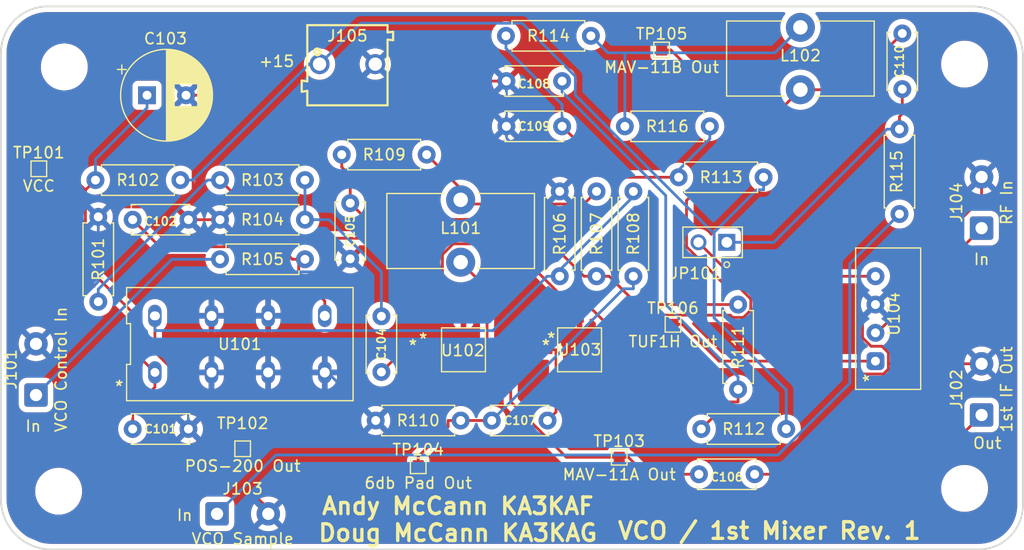
<source format=kicad_pcb>
(kicad_pcb (version 20211014) (generator pcbnew)
  (title_block (title "Spectrum Analyzer: VCO and 1st Mixer") (date "2022-12-11") (rev "1") (company "Andy McCann KA3KAF and Doug McCann KA3KAG") (comment 2 "Wes Hayward W7ZOI") (comment 3 "Original Design by:") (comment 4 "Fixed Pos 200 and J105 footprints"))
  (layers (0 "F.Cu" signal) (31 "B.Cu" signal) (34 "B.Paste" user) (35 "F.Paste" user) (36 "B.SilkS" user "B.Silkscreen") (37 "F.SilkS" user "F.Silkscreen") (38 "B.Mask" user) (39 "F.Mask" user) (44 "Edge.Cuts" user))
  (net 0 "")
  (net 1 "GND")
  (net 2 "Net-(C101-Pad2)")
  (net 3 "Net-(C102-Pad2)")
  (net 4 "Net-(C104-Pad1)")
  (net 5 "Net-(C104-Pad2)")
  (net 6 "Net-(C105-Pad2)")
  (net 7 "Net-(C106-Pad1)")
  (net 8 "Net-(C106-Pad2)")
  (net 9 "Net-(C107-Pad1)")
  (net 10 "Net-(C107-Pad2)")
  (net 11 "Net-(C108-Pad2)")
  (net 12 "Net-(C109-Pad2)")
  (net 13 "Net-(C110-Pad1)")
  (net 14 "Net-(C110-Pad2)")
  (net 15 "Net-(J101-Pad1)")
  (net 16 "Net-(J103-Pad1)")
  (net 17 "Net-(J104-Pad1)")
  (net 18 "Net-(JP101-Pad2)")
  (net 19 "Net-(L101-Pad1)")
  (net 20 "Net-(L102-Pad1)")
  (net 21 "Net-(R101-Pad2)")
  (net 22 "Net-(J105-Pad1)")
  (net 23 "Net-(R106-Pad2)")
  (footprint "vco-1stmixer:TUF-1H" (layer "F.Cu") (at 170.5256 110.4646 90)
    (fp_text reference "U104" (at 4.24 1.66 90 unlocked) (layer "F.SilkS"))
    (fp_text value "TUF-1H+")
    (fp_text user "*" (at -1.52 -0.54 90 unlocked) (layer "F.SilkS"))
    (pad "1" thru_hole roundrect (at 0 0 90) (size 1.6 1.6) (drill 0.8) (layers *.Cu *.Mask) (net 21 "Net-(R101-Pad2)"))
    (pad "2" thru_hole circle (at 2.54 0 90) (size 1.6 1.6) (drill 0.8) (layers *.Cu *.Mask) (net 17 "Net-(J104-Pad1)"))
    (pad "3" thru_hole circle (at 5.08 0 90) (size 1.6 1.6) (drill 0.8) (layers *.Cu *.Mask) (net 1 "GND"))
    (pad "4" thru_hole circle (at 7.62 0 90) (size 1.6 1.6) (drill 0.8) (layers *.Cu *.Mask) (net 18 "Net-(JP101-Pad2)"))
  )
  (footprint "TestPoint:TestPoint_Pad_1.0x1.0mm" (layer "F.Cu") (at 147.5356 119.1006)
    (fp_text reference "TP103" (at 0 -1.448) (layer "F.SilkS"))
    (fp_text value "MAV-11A Out" (at 0 1.55) (layer "F.SilkS"))
    (pad "1" smd rect (at 0 0) (size 1 1) (layers "F.Cu" "F.Mask") (net 7 "Net-(C106-Pad1)"))
  )
  (footprint "Resistor_THT:R_Axial_DIN0207_L6.3mm_D2.5mm_P7.62mm_Horizontal" (layer "F.Cu") (at 152.8696 93.9546)
    (fp_text reference "R113" (at 3.81 0) (layer "F.SilkS"))
    (fp_text value "47")
    (pad "1" thru_hole circle (at 0 0) (size 1.6 1.6) (drill 0.8) (layers *.Cu *.Mask) (net 12 "Net-(C109-Pad2)"))
    (pad "2" thru_hole oval (at 7.62 0) (size 1.6 1.6) (drill 0.8) (layers *.Cu *.Mask) (net 22 "Net-(J105-Pad1)"))
  )
  (footprint "MountingHole:MountingHole_3.2mm_M3" (layer "F.Cu") (at 178.5236 83.7946)
    (fp_text reference "H102" hide)
    (fp_text value "MountingHole")
    (pad "" np_thru_hole circle (at 0 0) (size 3.2 3.2) (drill 3.2) (layers *.Cu *.Mask))
  )
  (footprint "MountingHole:MountingHole_3.2mm_M3" (layer "F.Cu") (at 178.5236 121.8946)
    (fp_text reference "H101" hide)
    (fp_text value "MountingHole")
    (pad "" np_thru_hole circle (at 0 0) (size 3.2 3.2) (drill 3.2) (layers *.Cu *.Mask))
  )
  (footprint "Resistor_THT:R_Axial_DIN0207_L6.3mm_D2.5mm_P7.62mm_Horizontal" (layer "F.Cu") (at 100.5456 94.2086)
    (fp_text reference "R102" (at 3.81 0) (layer "F.SilkS"))
    (fp_text value "150")
    (pad "1" thru_hole circle (at 0 0) (size 1.6 1.6) (drill 0.8) (layers *.Cu *.Mask) (net 2 "Net-(C101-Pad2)"))
    (pad "2" thru_hole oval (at 7.62 0) (size 1.6 1.6) (drill 0.8) (layers *.Cu *.Mask) (net 22 "Net-(J105-Pad1)"))
  )
  (footprint "MountingHole:MountingHole_3.2mm_M3" (layer "F.Cu") (at 97.7516 84.0486)
    (fp_text reference "H103" hide)
    (fp_text value "MountingHole")
    (pad "" np_thru_hole circle (at 0 0) (size 3.2 3.2) (drill 3.2) (layers *.Cu *.Mask))
  )
  (footprint "Capacitor_THT:CP_Radial_D8.0mm_P3.50mm" (layer "F.Cu") (at 105.1736 86.5886)
    (fp_text reference "C103" (at 1.652651 -5.08) (layer "F.SilkS"))
    (fp_text value "100u")
    (pad "1" thru_hole rect (at 0 0) (size 1.6 1.6) (drill 0.8) (layers *.Cu *.Mask) (net 2 "Net-(C101-Pad2)"))
    (pad "2" thru_hole circle (at 3.5 0) (size 1.6 1.6) (drill 0.8) (layers *.Cu *.Mask) (net 1 "GND"))
  )
  (footprint "TestPoint:TestPoint_Pad_1.0x1.0mm" (layer "F.Cu") (at 152.3616 107.1626)
    (fp_text reference "TP106" (at 0 -1.448) (layer "F.SilkS"))
    (fp_text value "TUF1H Out" (at 0 1.55) (layer "F.SilkS"))
    (pad "1" smd rect (at 0 0) (size 1 1) (layers "F.Cu" "F.Mask") (net 21 "Net-(R101-Pad2)"))
  )
  (footprint "Resistor_THT:R_Axial_DIN0207_L6.3mm_D2.5mm_P7.62mm_Horizontal" (layer "F.Cu") (at 148.8056 95.2246 -90)
    (fp_text reference "R108" (at 3.81 0 90) (layer "F.SilkS"))
    (fp_text value "36")
    (pad "1" thru_hole circle (at 0 0 270) (size 1.6 1.6) (drill 0.8) (layers *.Cu *.Mask) (net 23 "Net-(R106-Pad2)"))
    (pad "2" thru_hole oval (at 7.62 0 270) (size 1.6 1.6) (drill 0.8) (layers *.Cu *.Mask) (net 9 "Net-(C107-Pad1)"))
  )
  (footprint "Resistor_THT:R_Axial_DIN0207_L6.3mm_D2.5mm_P7.62mm_Horizontal" (layer "F.Cu") (at 158.2036 105.3846 -90)
    (fp_text reference "R111" (at 3.81 0 90) (layer "F.SilkS"))
    (fp_text value "33")
    (pad "1" thru_hole circle (at 0 0 270) (size 1.6 1.6) (drill 0.8) (layers *.Cu *.Mask) (net 6 "Net-(C105-Pad2)"))
    (pad "2" thru_hole oval (at 7.62 0 270) (size 1.6 1.6) (drill 0.8) (layers *.Cu *.Mask) (net 11 "Net-(C108-Pad2)"))
  )
  (footprint "Resistor_THT:R_Axial_DIN0207_L6.3mm_D2.5mm_P7.62mm_Horizontal" (layer "F.Cu") (at 154.9016 116.5606)
    (fp_text reference "R112" (at 3.81 0) (layer "F.SilkS"))
    (fp_text value "22")
    (pad "1" thru_hole circle (at 0 0) (size 1.6 1.6) (drill 0.8) (layers *.Cu *.Mask) (net 11 "Net-(C108-Pad2)"))
    (pad "2" thru_hole oval (at 7.62 0) (size 1.6 1.6) (drill 0.8) (layers *.Cu *.Mask) (net 22 "Net-(J105-Pad1)"))
  )
  (footprint "Inductor_THT:L_Toroid_Vertical_L13.0mm_W6.5mm_P5.60mm" (layer "F.Cu") (at 163.7916 80.4926)
    (fp_text reference "L102" (at 0 2.54) (layer "F.SilkS"))
    (fp_text value ".3u")
    (pad "1" thru_hole circle (at 0 0) (size 2.6 2.6) (drill 1.3) (layers *.Cu *.Mask) (net 20 "Net-(L102-Pad1)"))
    (pad "2" thru_hole circle (at 0 5.6) (size 2.6 2.6) (drill 1.3) (layers *.Cu *.Mask) (net 14 "Net-(C110-Pad2)"))
  )
  (footprint "vco-1stmixer:691103110002" (layer "F.Cu") (at 123.1516 83.7946)
    (fp_text reference "J105" (at 0 -2.54) (layer "F.SilkS"))
    (fp_text value "Conn_01x02")
    (pad "1" thru_hole circle (at -2.5 0) (size 1.8 1.8) (drill 1.2) (layers *.Cu *.Mask) (net 22 "Net-(J105-Pad1)"))
    (pad "2" thru_hole circle (at 2.5 0) (size 1.8 1.8) (drill 1.2) (layers *.Cu *.Mask) (net 1 "GND"))
  )
  (footprint "Capacitor_THT:C_Disc_D5.0mm_W2.5mm_P5.00mm" (layer "F.Cu") (at 172.9356 86.0406 90)
    (fp_text reference "C110" (at 2.5 -0.254 90) (layer "F.SilkS") (effects (font (size 0.75 0.75))))
    (fp_text value ".001u")
    (pad "1" thru_hole circle (at 0 0 90) (size 1.6 1.6) (drill 0.8) (layers *.Cu *.Mask) (net 13 "Net-(C110-Pad1)"))
    (pad "2" thru_hole circle (at 5 0 90) (size 1.6 1.6) (drill 0.8) (layers *.Cu *.Mask) (net 14 "Net-(C110-Pad2)"))
  )
  (footprint "Capacitor_THT:C_Disc_D5.0mm_W2.5mm_P5.00mm" (layer "F.Cu") (at 137.4156 89.3826)
    (fp_text reference "C109" (at 2.5 0) (layer "F.SilkS") (effects (font (size 0.75 0.75))))
    (fp_text value ".001u")
    (pad "1" thru_hole circle (at 0 0) (size 1.6 1.6) (drill 0.8) (layers *.Cu *.Mask) (net 1 "GND"))
    (pad "2" thru_hole circle (at 5 0) (size 1.6 1.6) (drill 0.8) (layers *.Cu *.Mask) (net 12 "Net-(C109-Pad2)"))
  )
  (footprint "Resistor_THT:R_Axial_DIN0207_L6.3mm_D2.5mm_P7.62mm_Horizontal" (layer "F.Cu") (at 148.0436 89.3826)
    (fp_text reference "R116" (at 3.81 0) (layer "F.SilkS"))
    (fp_text value "220")
    (pad "1" thru_hole circle (at 0 0) (size 1.6 1.6) (drill 0.8) (layers *.Cu *.Mask) (net 20 "Net-(L102-Pad1)"))
    (pad "2" thru_hole oval (at 7.62 0) (size 1.6 1.6) (drill 0.8) (layers *.Cu *.Mask) (net 12 "Net-(C109-Pad2)"))
  )
  (footprint "Resistor_THT:R_Axial_DIN0207_L6.3mm_D2.5mm_P7.62mm_Horizontal" (layer "F.Cu") (at 142.2016 95.2246 -90)
    (fp_text reference "R106" (at 3.81 0 90) (layer "F.SilkS"))
    (fp_text value "150")
    (pad "1" thru_hole circle (at 0 0 270) (size 1.6 1.6) (drill 0.8) (layers *.Cu *.Mask) (net 1 "GND"))
    (pad "2" thru_hole oval (at 7.62 0 270) (size 1.6 1.6) (drill 0.8) (layers *.Cu *.Mask) (net 23 "Net-(R106-Pad2)"))
  )
  (footprint "Capacitor_THT:C_Disc_D5.0mm_W2.5mm_P5.00mm" (layer "F.Cu") (at 136.1056 115.7986)
    (fp_text reference "C107" (at 2.540035 0) (layer "F.SilkS") (effects (font (size 0.75 0.75))))
    (fp_text value ".01u")
    (pad "1" thru_hole circle (at 0 0) (size 1.6 1.6) (drill 0.8) (layers *.Cu *.Mask) (net 9 "Net-(C107-Pad1)"))
    (pad "2" thru_hole circle (at 5 0) (size 1.6 1.6) (drill 0.8) (layers *.Cu *.Mask) (net 10 "Net-(C107-Pad2)"))
  )
  (footprint "Capacitor_THT:C_Disc_D5.0mm_W2.5mm_P5.00mm" (layer "F.Cu") (at 126.1996 106.4406 -90)
    (fp_text reference "C104" (at 2.5 0 90) (layer "F.SilkS") (effects (font (size 0.75 0.75))))
    (fp_text value ".001u")
    (pad "1" thru_hole circle (at 0 0 270) (size 1.6 1.6) (drill 0.8) (layers *.Cu *.Mask) (net 4 "Net-(C104-Pad1)"))
    (pad "2" thru_hole circle (at 5 0 270) (size 1.6 1.6) (drill 0.8) (layers *.Cu *.Mask) (net 5 "Net-(C104-Pad2)"))
  )
  (footprint "Resistor_THT:R_Axial_DIN0207_L6.3mm_D2.5mm_P7.62mm_Horizontal" (layer "F.Cu") (at 130.2636 91.9226 180)
    (fp_text reference "R109" (at 3.81 0) (layer "F.SilkS"))
    (fp_text value "220")
    (pad "1" thru_hole circle (at 0 0 180) (size 1.6 1.6) (drill 0.8) (layers *.Cu *.Mask) (net 19 "Net-(L101-Pad1)"))
    (pad "2" thru_hole oval (at 7.62 0 180) (size 1.6 1.6) (drill 0.8) (layers *.Cu *.Mask) (net 6 "Net-(C105-Pad2)"))
  )
  (footprint "Resistor_THT:R_Axial_DIN0207_L6.3mm_D2.5mm_P7.62mm_Horizontal" (layer "F.Cu") (at 111.7216 97.7646)
    (fp_text reference "R104" (at 3.81 0) (layer "F.SilkS"))
    (fp_text value "150")
    (pad "1" thru_hole circle (at 0 0) (size 1.6 1.6) (drill 0.8) (layers *.Cu *.Mask) (net 1 "GND"))
    (pad "2" thru_hole oval (at 7.62 0) (size 1.6 1.6) (drill 0.8) (layers *.Cu *.Mask) (net 4 "Net-(C104-Pad1)"))
  )
  (footprint "Resistor_THT:R_Axial_DIN0207_L6.3mm_D2.5mm_P7.62mm_Horizontal" (layer "F.Cu") (at 100.7996 97.5106 -90)
    (fp_text reference "R101" (at 3.81 0 90) (layer "F.SilkS"))
    (fp_text value "150")
    (pad "1" thru_hole circle (at 0 0 270) (size 1.6 1.6) (drill 0.8) (layers *.Cu *.Mask) (net 1 "GND"))
    (pad "2" thru_hole oval (at 7.62 0 270) (size 1.6 1.6) (drill 0.8) (layers *.Cu *.Mask) (net 21 "Net-(R101-Pad2)"))
  )
  (footprint "Resistor_THT:R_Axial_DIN0207_L6.3mm_D2.5mm_P7.62mm_Horizontal" (layer "F.Cu") (at 111.7216 101.3206)
    (fp_text reference "R105" (at 3.81 0) (layer "F.SilkS"))
    (fp_text value "1.5k")
    (pad "1" thru_hole circle (at 0 0) (size 1.6 1.6) (drill 0.8) (layers *.Cu *.Mask) (net 15 "Net-(J101-Pad1)"))
    (pad "2" thru_hole oval (at 7.62 0) (size 1.6 1.6) (drill 0.8) (layers *.Cu *.Mask) (net 3 "Net-(C102-Pad2)"))
  )
  (footprint "vco-1stmixer:MAV-11BSM&plus_" (layer "F.Cu") (at 133.5656 109.4486)
    (fp_text reference "U102" (at -0.0635 0.0635) (layer "F.SilkS"))
    (fp_text value "MAV-11" hide)
    (fp_text user "*" (at -3.6195 -0.9525) (layer "F.SilkS"))
    (fp_text user "*" (at -4.5466 -0.381) (layer "F.SilkS"))
    (pad "1" smd rect locked (at -3.175 0 90) (size 0.762 1.4732) (layers "F.Cu" "F.Paste" "F.Mask") (net 5 "Net-(C104-Pad2)"))
    (pad "2" smd rect locked (at 0 3.175) (size 0.762 1.4732) (layers "F.Cu" "F.Paste" "F.Mask") (net 1 "GND"))
    (pad "3" smd rect locked (at 3.175 0 90) (size 0.762 1.4732) (layers "F.Cu" "F.Paste" "F.Mask") (net 7 "Net-(C106-Pad1)"))
    (pad "4" smd rect locked (at 0 -3.175) (size 0.762 1.4732) (layers "F.Cu" "F.Paste" "F.Mask") (net 1 "GND"))
  )
  (footprint "Resistor_THT:R_Axial_DIN0207_L6.3mm_D2.5mm_P7.62mm_Horizontal" (layer "F.Cu") (at 172.6816 97.2566 90)
    (fp_text reference "R115" (at 3.81 -0.254 90) (layer "F.SilkS"))
    (fp_text value "470")
    (pad "1" thru_hole circle (at 0 0 90) (size 1.6 1.6) (drill 0.8) (layers *.Cu *.Mask) (net 16 "Net-(J103-Pad1)"))
    (pad "2" thru_hole oval (at 7.62 0 90) (size 1.6 1.6) (drill 0.8) (layers *.Cu *.Mask) (net 13 "Net-(C110-Pad1)"))
  )
  (footprint "Resistor_THT:R_Axial_DIN0207_L6.3mm_D2.5mm_P7.62mm_Horizontal" (layer "F.Cu") (at 145.5036 95.2246 -90)
    (fp_text reference "R107" (at 3.81 0 90) (layer "F.SilkS"))
    (fp_text value "220")
    (pad "1" thru_hole circle (at 0 0 270) (size 1.6 1.6) (drill 0.8) (layers *.Cu *.Mask) (net 19 "Net-(L101-Pad1)"))
    (pad "2" thru_hole oval (at 7.62 0 270) (size 1.6 1.6) (drill 0.8) (layers *.Cu *.Mask) (net 6 "Net-(C105-Pad2)"))
  )
  (footprint "Capacitor_THT:C_Disc_D5.0mm_W2.5mm_P5.00mm" (layer "F.Cu") (at 108.8876 116.5606 180)
    (fp_text reference "C101" (at 2.5 0) (layer "F.SilkS") (effects (font (size 0.75 0.75))))
    (fp_text value ".01u")
    (pad "1" thru_hole circle (at 0 0 180) (size 1.6 1.6) (drill 0.8) (layers *.Cu *.Mask) (net 1 "GND"))
    (pad "2" thru_hole circle (at 5 0 180) (size 1.6 1.6) (drill 0.8) (layers *.Cu *.Mask) (net 2 "Net-(C101-Pad2)"))
  )
  (footprint "Capacitor_THT:C_Disc_D5.0mm_W2.5mm_P5.00mm" (layer "F.Cu") (at 108.8876 97.7646 180)
    (fp_text reference "C102" (at 2.5 -0.152449) (layer "F.SilkS") (effects (font (size 0.75 0.75))))
    (fp_text value ".1u")
    (pad "1" thru_hole circle (at 0 0 180) (size 1.6 1.6) (drill 0.8) (layers *.Cu *.Mask) (net 1 "GND"))
    (pad "2" thru_hole circle (at 5 0 180) (size 1.6 1.6) (drill 0.8) (layers *.Cu *.Mask) (net 3 "Net-(C102-Pad2)"))
  )
  (footprint "Resistor_THT:R_Axial_DIN0207_L6.3mm_D2.5mm_P7.62mm_Horizontal" (layer "F.Cu") (at 111.7216 94.2086)
    (fp_text reference "R103" (at 3.81 0) (layer "F.SilkS"))
    (fp_text value "36")
    (pad "1" thru_hole circle (at 0 0) (size 1.6 1.6) (drill 0.8) (layers *.Cu *.Mask) (net 21 "Net-(R101-Pad2)"))
    (pad "2" thru_hole oval (at 7.62 0) (size 1.6 1.6) (drill 0.8) (layers *.Cu *.Mask) (net 4 "Net-(C104-Pad1)"))
  )
  (footprint "Capacitor_THT:C_Disc_D5.0mm_W2.5mm_P5.00mm" (layer "F.Cu") (at 123.4056 101.2806 90)
    (fp_text reference "C105" (at 2.5 0 90) (layer "F.SilkS") (effects (font (size 0.75 0.75))))
    (fp_text value ".001u")
    (pad "1" thru_hole circle (at 0 0 90) (size 1.6 1.6) (drill 0.8) (layers *.Cu *.Mask) (net 1 "GND"))
    (pad "2" thru_hole circle (at 5 0 90) (size 1.6 1.6) (drill 0.8) (layers *.Cu *.Mask) (net 6 "Net-(C105-Pad2)"))
  )
  (footprint "Connector_Wire:SolderWire-0.5sqmm_1x02_P4.6mm_D0.9mm_OD2.1mm" (layer "F.Cu") (at 111.4536 124.1806)
    (fp_text reference "J103" (at 2.3 -2.25) (layer "F.SilkS"))
    (fp_text value "VCO Sample" (at 2.3 2.25) (layer "F.SilkS"))
    (pad "1" thru_hole roundrect (at 0 0) (size 2.1 2.1) (drill 1.1) (layers *.Cu *.Mask) (roundrect_rratio 0.119048) (net 16 "Net-(J103-Pad1)"))
    (pad "2" thru_hole circle (at 4.6 0) (size 2.1 2.1) (drill 1.1) (layers *.Cu *.Mask) (net 1 "GND"))
  )
  (footprint "Resistor_THT:R_Axial_DIN0207_L6.3mm_D2.5mm_P7.62mm_Horizontal" (layer "F.Cu") (at 125.6916 115.7986)
    (fp_text reference "R110" (at 3.81 0) (layer "F.SilkS"))
    (fp_text value "150")
    (pad "1" thru_hole circle (at 0 0) (size 1.6 1.6) (drill 0.8) (layers *.Cu *.Mask) (net 1 "GND"))
    (pad "2" thru_hole oval (at 7.62 0) (size 1.6 1.6) (drill 0.8) (layers *.Cu *.Mask) (net 9 "Net-(C107-Pad1)"))
  )
  (footprint "TestPoint:TestPoint_Pad_1.0x1.0mm" (layer "F.Cu") (at 95.4656 93.1926)
    (fp_text reference "TP101" (at 0 -1.448) (layer "F.SilkS"))
    (fp_text value "VCC" (at 0 1.55) (layer "F.SilkS"))
    (pad "1" smd rect (at 0 0) (size 1 1) (layers "F.Cu" "F.Mask") (net 2 "Net-(C101-Pad2)"))
  )
  (footprint "Connector_Wire:SolderWire-0.5sqmm_1x02_P4.6mm_D0.9mm_OD2.1mm" (layer "F.Cu") (at 180.0476 98.5266 90)
    (fp_text reference "J104" (at 2.3 -2.25 90) (layer "F.SilkS"))
    (fp_text value "RF In" (at 2.3 2.25 90) (layer "F.SilkS"))
    (pad "1" thru_hole roundrect (at 0 0 90) (size 2.1 2.1) (drill 1.1) (layers *.Cu *.Mask) (roundrect_rratio 0.119048) (net 17 "Net-(J104-Pad1)"))
    (pad "2" thru_hole circle (at 4.6 0 90) (size 2.1 2.1) (drill 1.1) (layers *.Cu *.Mask) (net 1 "GND"))
  )
  (footprint "Connector_Wire:SolderWire-0.5sqmm_1x02_P4.6mm_D0.9mm_OD2.1mm" (layer "F.Cu") (at 180.0476 115.3046 90)
    (fp_text reference "J102" (at 2.3 -2.25 90) (layer "F.SilkS"))
    (fp_text value "1st IF Out" (at 2.3 2.25 90) (layer "F.SilkS"))
    (pad "1" thru_hole roundrect (at 0 0 90) (size 2.1 2.1) (drill 1.1) (layers *.Cu *.Mask) (roundrect_rratio 0.119048) (net 8 "Net-(C106-Pad2)"))
    (pad "2" thru_hole circle (at 4.6 0 90) (size 2.1 2.1) (drill 1.1) (layers *.Cu *.Mask) (net 1 "GND"))
  )
  (footprint "TestPoint:TestPoint_Pad_1.0x1.0mm" (layer "F.Cu") (at 113.7536 118.3386)
    (fp_text reference "TP102" (at 0 -2.286) (layer "F.SilkS"))
    (fp_text value "POS-200 Out" (at 0 1.55) (layer "F.SilkS"))
    (pad "1" smd rect (at 0 0) (size 1 1) (layers "F.Cu" "F.Mask") (net 23 "Net-(R106-Pad2)"))
  )
  (footprint "Connector_Wire:SolderWire-0.5sqmm_1x02_P4.6mm_D0.9mm_OD2.1mm" (layer "F.Cu") (at 95.2116 113.5126 90)
    (fp_text reference "J101" (at 2.3 -2.25 90) (layer "F.SilkS"))
    (fp_text value "VCO Control In" (at 2.3 2.25 90) (layer "F.SilkS"))
    (pad "1" thru_hole roundrect (at 0 0 90) (size 2.1 2.1) (drill 1.1) (layers *.Cu *.Mask) (roundrect_rratio 0.119048) (net 15 "Net-(J101-Pad1)"))
    (pad "2" thru_hole circle (at 4.6 0 90) (size 2.1 2.1) (drill 1.1) (layers *.Cu *.Mask) (net 1 "GND"))
  )
  (footprint "Capacitor_THT:C_Disc_D5.0mm_W2.5mm_P5.00mm" (layer "F.Cu") (at 137.4156 85.3186)
    (fp_text reference "C108" (at 2.5 0.254) (layer "F.SilkS") (effects (font (size 0.75 0.75))))
    (fp_text value ".001u")
    (pad "1" thru_hole circle (at 0 0) (size 1.6 1.6) (drill 0.8) (layers *.Cu *.Mask) (net 1 "GND"))
    (pad "2" thru_hole circle (at 5 0) (size 1.6 1.6) (drill 0.8) (layers *.Cu *.Mask) (net 11 "Net-(C108-Pad2)"))
  )
  (footprint "TestPoint:TestPoint_Pad_1.0x1.0mm" (layer "F.Cu") (at 151.3456 82.5246)
    (fp_text reference "TP105" (at 0 -1.448) (layer "F.SilkS"))
    (fp_text value "MAV-11B Out" (at 0 1.55) (layer "F.SilkS"))
    (pad "1" smd rect (at 0 0) (size 1 1) (layers "F.Cu" "F.Mask") (net 14 "Net-(C110-Pad2)"))
  )
  (footprint "MountingHole:MountingHole_3.2mm_M3" (layer "F.Cu") (at 97.2436 122.1486)
    (fp_text reference "H104" hide)
    (fp_text value "MountingHole")
    (pad "" np_thru_hole circle (at 0 0) (size 3.2 3.2) (drill 3.2) (layers *.Cu *.Mask))
  )
  (footprint "Capacitor_THT:C_Disc_D5.0mm_W2.5mm_P5.00mm" (layer "F.Cu") (at 154.6876 120.6246)
    (fp_text reference "C106" (at 2.5 0.254) (layer "F.SilkS") (effects (font (size 0.75 0.75))))
    (fp_text value ".001u")
    (pad "1" thru_hole circle (at 0 0) (size 1.6 1.6) (drill 0.8) (layers *.Cu *.Mask) (net 7 "Net-(C106-Pad1)"))
    (pad "2" thru_hole circle (at 5 0) (size 1.6 1.6) (drill 0.8) (layers *.Cu *.Mask) (net 8 "Net-(C106-Pad2)"))
  )
  (footprint "Inductor_THT:L_Toroid_Vertical_L13.0mm_W6.5mm_P5.60mm" (layer "F.Cu") (at 133.3116 95.9806)
    (fp_text reference "L101" (at 0 2.54) (layer "F.SilkS"))
    (fp_text value ".3u")
    (pad "1" thru_hole circle (at 0 0) (size 2.6 2.6) (drill 1.3) (layers *.Cu *.Mask) (net 19 "Net-(L101-Pad1)"))
    (pad "2" thru_hole circle (at 0 5.6) (size 2.6 2.6) (drill 1.3) (layers *.Cu *.Mask) (net 7 "Net-(C106-Pad1)"))
  )
  (footprint "Resistor_THT:R_Axial_DIN0207_L6.3mm_D2.5mm_P7.62mm_Horizontal" (layer "F.Cu") (at 144.9956 81.2546 180)
    (fp_text reference "R114" (at 3.81 0) (layer "F.SilkS"))
    (fp_text value "220")
    (pad "1" thru_hole circle (at 0 0 180) (size 1.6 1.6) (drill 0.8) (layers *.Cu *.Mask) (net 20 "Net-(L102-Pad1)"))
    (pad "2" thru_hole oval (at 7.62 0 180) (size 1.6 1.6) (drill 0.8) (layers *.Cu *.Mask) (net 12 "Net-(C109-Pad2)"))
  )
  (footprint "vco-1stmixer:MAV-11BSM&plus_" (layer "F.Cu") (at 143.9796 109.4486)
    (fp_text reference "U103" (at 0 0) (layer "F.SilkS"))
    (fp_text value "MAV-11" hide)
    (fp_text user "*" (at -3.0226 -0.381) (layer "F.SilkS"))
    (fp_text user "*" (at -2.539965 -1.016) (layer "F.SilkS"))
    (pad "1" smd rect locked (at -3.175 0 90) (size 0.762 1.4732) (layers "F.Cu" "F.Paste" "F.Mask") (net 10 "Net-(C107-Pad2)"))
    (pad "2" smd rect locked (at 0 3.175) (size 0.762 1.4732) (layers "F.Cu" "F.Paste" "F.Mask") (net 1 "GND"))
    (pad "3" smd rect locked (at 3.175 0 90) (size 0.762 1.4732) (layers "F.Cu" "F.Paste" "F.Mask") (net 14 "Net-(C110-Pad2)"))
    (pad "4" smd rect locked (at 0 -3.175) (size 0.762 1.4732) (layers "F.Cu" "F.Paste" "F.Mask") (net 1 "GND"))
  )
  (footprint "vco-1stmixer:22284028" (layer "F.Cu") (at 157.1876 99.7966)
    (fp_text reference "JP101" (at -2.794 2.794) (layer "F.SilkS"))
    (fp_text value "Jumper" hide)
    (pad "1" thru_hole rect locked (at 0 0) (size 1.524 1.524) (drill 0.9652) (layers *.Cu *.Mask) (net 13 "Net-(C110-Pad1)"))
    (pad "2" thru_hole circle locked (at -2.54 0) (size 1.4224 1.4224) (drill 0.9144) (layers *.Cu *.Mask) (net 18 "Net-(JP101-Pad2)"))
  )
  (footprint "vco-1stmixer:POS-200" (layer "F.Cu") (at 113.4996 108.9406)
    (fp_text reference "U101" (at 0 0 180) (layer "F.SilkS"))
    (fp_text value "POS-200")
    (fp_text user "*" (at -10.921965 3.809951 unlocked) (layer "F.SilkS") (effects (font (thickness 0.15) italic)))
    (pad "1" thru_hole oval (at -7.62 2.54) (size 1.2 2) (drill 0.8) (layers *.Cu *.Mask) (net 2 "Net-(C101-Pad2)"))
    (pad "2" thru_hole oval (at -7.62 -2.54) (size 1.2 2) (drill oval 0.9 0.8) (layers *.Cu *.Mask) (net 23 "Net-(R106-Pad2)"))
    (pad "3" thru_hole oval (at -2.54 2.54) (size 1.2 2) (drill 0.9) (layers *.Cu *.Mask) (net 1 "GND"))
    (pad "4" thru_hole oval (at -2.54 -2.54) (size 1.2 2) (drill 0.9) (layers *.Cu *.Mask) (net 1 "GND"))
    (pad "5" thru_hole oval (at 2.54 2.54) (size 1.2 2) (drill 0.9) (layers *.Cu *.Mask) (net 1 "GND"))
    (pad "6" thru_hole oval (at 2.54 -2.54) (size 1.2 2) (drill 0.8) (layers *.Cu *.Mask) (net 1 "GND"))
    (pad "7" thru_hole oval (at 7.62 2.54) (size 1.2 2) (drill 0.9) (layers *.Cu *.Mask) (net 1 "GND"))
    (pad "8" thru_hole oval (at 7.62 -2.54) (size 1.2 2) (drill 0.9) (layers *.Cu *.Mask) (net 3 "Net-(C102-Pad2)"))
  )
  (footprint "TestPoint:TestPoint_Pad_1.0x1.0mm" (layer "F.Cu") (at 129.5016 119.8626)
    (fp_text reference "TP104" (at 0 -1.448) (layer "F.SilkS"))
    (fp_text value "6db Pad Out" (at 0 1.55) (layer "F.SilkS"))
    (pad "1" smd rect (at 0 0) (size 1 1) (layers "F.Cu" "F.Mask") (net 9 "Net-(C107-Pad1)"))
  )
  (gr_arc (start 92.061903 82.81941) (mid 93.293988 79.844904) (end 96.268494 78.612819) (layer "Edge.Cuts") (width 0.16))
  (gr_line (start 92.061903 82.81941) (end 92.061903 122.828458) (layer "Edge.Cuts") (width 0.16))
  (gr_line (start 179.246122 78.612819) (end 96.268494 78.612819) (layer "Edge.Cuts") (width 0.16))
  (gr_arc (start 96.614264 127.380819) (mid 93.39527 126.047452) (end 92.061903 122.828458) (layer "Edge.Cuts") (width 0.16))
  (gr_line (start 96.614264 127.380819) (end 179.767228 127.380819) (layer "Edge.Cuts") (width 0.16))
  (gr_line (start 183.755903 123.392144) (end 183.755903 83.1226) (layer "Edge.Cuts") (width 0.16))
  (gr_arc (start 183.755903 123.392144) (mid 182.587635 126.212551) (end 179.767228 127.380819) (layer "Edge.Cuts") (width 0.16))
  (gr_arc (start 179.246122 78.612819) (mid 182.434995 79.933716) (end 183.755903 83.1226) (layer "Edge.Cuts") (width 0.16))
  (gr_text "+15" (at 116.801635 83.540551) (layer "F.SilkS") (effects (font (size 1 1))))
  (gr_text "In" (at 94.957635 116.306551) (layer "F.SilkS") (effects (font (size 1 1))))
  (gr_text "In" (at 108.546635 124.307551) (layer "F.SilkS") (effects (font (size 1 1))))
  (gr_text "Andy McCann KA3KAF\nDoug McCann KA3KAG" (at 133.057635 124.688551) (layer "F.SilkS") (effects (font (size 1.5 1.5) (thickness 0.3))))
  (gr_text "Out" (at 180.555635 117.830551) (layer "F.SilkS") (effects (font (size 1 1))))
  (gr_text "VCO / 1st Mixer Rev. 1" (at 160.997635 125.704551) (layer "F.SilkS") (effects (font (size 1.5 1.5) (thickness 0.3))))
  (gr_text "In" (at 180.047635 101.320551) (layer "F.SilkS") (effects (font (size 1 1))))
  (segment (start 131.675 103.3211) (end 133.5656 105.2117) (width 0.25) (layer "F.Cu") (net 1))
  (segment (start 169.3653 106.5449) (end 170.5256 105.3846) (width 0.25) (layer "F.Cu") (net 1))
  (segment (start 108.8876 97.7646) (end 107.745 96.622) (width 0.25) (layer "F.Cu") (net 1))
  (segment (start 129.3976 112.0926) (end 125.6916 115.7986) (width 0.25) (layer "F.Cu") (net 1))
  (segment (start 143.2373 106.2736) (end 136.9001 99.9364) (width 0.25) (layer "F.Cu") (net 1))
  (segment (start 116.0396 111.4806) (end 116.0396 110.1553) (width 0.25) (layer "F.Cu") (net 1))
  (segment (start 170.1281 109.1303) (end 169.3653 108.3675) (width 0.25) (layer "F.Cu") (net 1))
  (segment (start 137.4156 85.3186) (end 127.1756 85.3186) (width 0.25) (layer "F.Cu") (net 1))
  (segment (start 136.9001 99.9364) (end 132.6386 99.9364) (width 0.25) (layer "F.Cu") (net 1))
  (segment (start 111.7216 97.7646) (end 108.8876 97.7646) (width 0.25) (layer "F.Cu") (net 1))
  (segment (start 168.0983 111.5617) (end 168.1577 111.6211) (width 0.25) (layer "F.Cu") (net 1))
  (segment (start 133.5656 112.0926) (end 133.5656 107.3355) (width 0.25) (layer "F.Cu") (net 1))
  (segment (start 143.9796 106.2736) (end 143.2373 106.2736) (width 0.25) (layer "F.Cu") (net 1))
  (segment (start 109.3086 86.5886) (end 108.6736 86.5886) (width 0.25) (layer "F.Cu") (net 1))
  (segment (start 133.5656 112.6236) (end 133.5656 112.0926) (width 0.25) (layer "F.Cu") (net 1))
  (segment (start 171.2455 111.6211) (end 171.689 111.1776) (width 0.25) (layer "F.Cu") (net 1))
  (segment (start 143.9796 111.5617) (end 168.0983 111.5617) (width 0.25) (layer "F.Cu") (net 1))
  (segment (start 143.9796 112.6236) (end 143.9796 111.5617) (width 0.25) (layer "F.Cu") (net 1))
  (segment (start 171.1037 109.1303) (end 170.1281 109.1303) (width 0.25) (layer "F.Cu") (net 1))
  (segment (start 101.6882 96.622) (end 100.7996 97.5106) (width 0.25) (layer "F.Cu") (net 1))
  (segment (start 116.0536 123.7266) (end 116.0536 124.1806) (width 0.25) (layer "F.Cu") (net 1))
  (segment (start 180.0476 95.8626) (end 170.5256 105.3846) (width 0.25) (layer "F.Cu") (net 1))
  (segment (start 171.689 110.7046) (end 171.689 109.7156) (width 0.25) (layer "F.Cu") (net 1))
  (segment (start 125.6516 83.7946) (end 122.8576 86.5886) (width 0.25) (layer "F.Cu") (net 1))
  (segment (start 180.0476 110.7046) (end 171.689 110.7046) (width 0.25) (layer "F.Cu") (net 1))
  (segment (start 116.0396 106.4006) (end 110.9596 106.4006) (width 0.25) (layer "F.Cu") (net 1))
  (segment (start 133.5656 106.2736) (end 133.5656 107.3355) (width 0.25) (layer "F.Cu") (net 1))
  (segment (start 108.8876 116.5606) (end 116.0536 123.7266) (width 0.25) (layer "F.Cu") (net 1))
  (segment (start 132.6386 99.9364) (end 131.675 100.9) (width 0.25) (layer "F.Cu") (net 1))
  (segment (start 109.3086 86.5886) (end 109.3086 95.0584) (width 0.25) (layer "F.Cu") (net 1))
  (segment (start 121.1196 111.4806) (end 116.0396 111.4806) (width 0.25) (layer "F.Cu") (net 1))
  (segment (start 131.675 100.9) (end 131.675 103.3211) (width 0.25) (layer "F.Cu") (net 1))
  (segment (start 133.5656 106.2736) (end 133.5656 105.2117) (width 0.25) (layer "F.Cu") (net 1))
  (segment (start 107.745 96.622) (end 101.6882 96.622) (width 0.25) (layer "F.Cu") (net 1))
  (segment (start 133.5656 112.0926) (end 129.3976 112.0926) (width 0.25) (layer "F.Cu") (net 1))
  (segment (start 169.3653 108.3675) (end 169.3653 106.5449) (width 0.25) (layer "F.Cu") (net 1))
  (segment (start 143.9796 106.2736) (end 143.9796 111.5617) (width 0.25) (layer "F.Cu") (net 1))
  (segment (start 171.689 109.7156) (end 171.1037 109.1303) (width 0.25) (layer "F.Cu") (net 1))
  (segment (start 180.0476 93.9266) (end 180.0476 95.8626) (width 0.25) (layer "F.Cu") (net 1))
  (segment (start 127.1756 85.3186) (end 125.6516 83.7946) (width 0.25) (layer "F.Cu") (net 1))
  (segment (start 171.689 111.1776) (end 171.689 110.7046) (width 0.25) (layer "F.Cu") (net 1))
  (segment (start 122.8576 86.5886) (end 109.3086 86.5886) (width 0.25) (layer "F.Cu") (net 1))
  (segment (start 116.0396 106.4006) (end 116.0396 110.1553) (width 0.25) (layer "F.Cu") (net 1))
  (segment (start 109.3086 95.0584) (end 107.745 96.622) (width 0.25) (layer "F.Cu") (net 1))
  (segment (start 168.1577 111.6211) (end 171.2455 111.6211) (width 0.25) (layer "F.Cu") (net 1))
  (segment (start 121.3736 111.4806) (end 121.1196 111.4806) (width 0.25) (layer "B.Cu") (net 1))
  (segment (start 108.8876 114.8779) (end 110.9596 112.8059) (width 0.25) (layer "B.Cu") (net 1))
  (segment (start 100.7996 97.5106) (end 100.7996 103.3246) (width 0.25) (layer "B.Cu") (net 1))
  (segment (start 122.2356 102.4506) (end 116.0396 102.4506) (width 0.25) (layer "B.Cu") (net 1))
  (segment (start 116.0396 102.4506) (end 116.0396 106.4006) (width 0.25) (layer "B.Cu") (net 1))
  (segment (start 111.7216 97.7646) (end 116.0396 102.0826) (width 0.25) (layer "B.Cu") (net 1))
  (segment (start 116.0396 102.0826) (end 116.0396 102.4506) (width 0.25) (layer "B.Cu") (net 1))
  (segment (start 137.4156 90.4386) (end 137.4156 89.3826) (width 0.25) (layer "B.Cu") (net 1))
  (segment (start 123.4056 101.2806) (end 122.2356 102.4506) (width 0.25) (layer "B.Cu") (net 1))
  (segment (start 100.7996 103.3246) (end 95.2116 108.9126) (width 0.25) (layer "B.Cu") (net 1))
  (segment (start 116.0396 111.4806) (end 110.9596 111.4806) (width 0.25) (layer "B.Cu") (net 1))
  (segment (start 137.4156 85.3186) (end 137.4156 89.3826) (width 0.25) (layer "B.Cu") (net 1))
  (segment (start 108.8876 116.5606) (end 108.8876 114.8779) (width 0.25) (layer "B.Cu") (net 1))
  (segment (start 110.9596 111.4806) (end 110.9596 112.8059) (width 0.25) (layer "B.Cu") (net 1))
  (segment (start 142.2016 95.2246) (end 137.4156 90.4386) (width 0.25) (layer "B.Cu") (net 1))
  (segment (start 125.6916 115.7986) (end 121.3736 111.4806) (width 0.25) (layer "B.Cu") (net 1))
  (segment (start 99.6482 101.8779) (end 103.9187 106.1484) (width 0.25) (layer "F.Cu") (net 2))
  (segment (start 103.9187 106.1484) (end 103.9187 109.5197) (width 0.25) (layer "F.Cu") (net 2))
  (segment (start 105.8796 112.8059) (end 103.8876 114.7979) (width 0.25) (layer "F.Cu") (net 2))
  (segment (start 100.5456 94.2086) (end 99.6482 95.106) (width 0.25) (layer "F.Cu") (net 2))
  (segment (start 95.4656 93.1926) (end 97.7348 93.1926) (width 0.25) (layer "F.Cu") (net 2))
  (segment (start 105.8796 111.4806) (end 105.8796 112.8059) (width 0.25) (layer "F.Cu") (net 2))
  (segment (start 103.8876 114.7979) (end 103.8876 116.5606) (width 0.25) (layer "F.Cu") (net 2))
  (segment (start 99.6482 95.106) (end 99.6482 101.8779) (width 0.25) (layer "F.Cu") (net 2))
  (segment (start 97.7348 93.1926) (end 99.6482 95.106) (width 0.25) (layer "F.Cu") (net 2))
  (segment (start 103.9187 109.5197) (end 105.8796 111.4806) (width 0.25) (layer "F.Cu") (net 2))
  (segment (start 105.1736 87.7139) (end 100.5456 92.3419) (width 0.25) (layer "B.Cu") (net 2))
  (segment (start 105.1736 86.5886) (end 105.1736 87.7139) (width 0.25) (layer "B.Cu") (net 2))
  (segment (start 100.5456 92.3419) (end 100.5456 94.2086) (width 0.25) (layer "B.Cu") (net 2))
  (segment (start 118.779 102.7347) (end 121.1196 105.0753) (width 0.25) (layer "F.Cu") (net 3))
  (segment (start 103.8876 97.7646) (end 106.3183 100.1953) (width 0.25) (layer "F.Cu") (net 3))
  (segment (start 106.3183 100.1953) (end 117.091 100.1953) (width 0.25) (layer "F.Cu") (net 3))
  (segment (start 118.779 101.3206) (end 118.2163 101.3206) (width 0.25) (layer "F.Cu") (net 3))
  (segment (start 119.3416 101.3206) (end 118.779 101.3206) (width 0.25) (layer "F.Cu") (net 3))
  (segment (start 121.1196 106.4006) (end 121.1196 105.0753) (width 0.25) (layer "F.Cu") (net 3))
  (segment (start 118.779 101.3206) (end 118.779 102.7347) (width 0.25) (layer "F.Cu") (net 3))
  (segment (start 117.091 100.1953) (end 118.2163 101.3206) (width 0.25) (layer "F.Cu") (net 3))
  (segment (start 126.1996 102.4508) (end 126.1996 106.4406) (width 0.25) (layer "B.Cu") (net 4))
  (segment (start 119.3416 97.7646) (end 121.5134 97.7646) (width 0.25) (layer "B.Cu") (net 4))
  (segment (start 121.5134 97.7646) (end 126.1996 102.4508) (width 0.25) (layer "B.Cu") (net 4))
  (segment (start 119.3416 94.2086) (end 119.3416 97.7646) (width 0.25) (layer "B.Cu") (net 4))
  (segment (start 130.3906 109.4486) (end 128.1916 109.4486) (width 0.25) (layer "F.Cu") (net 5))
  (segment (start 128.1916 109.4486) (end 126.1996 111.4406) (width 0.25) (layer "F.Cu") (net 5))
  (segment (start 149.1689 105.3846) (end 158.2036 105.3846) (width 0.25) (layer "F.Cu") (net 6))
  (segment (start 145.5036 102.8446) (end 144.3783 102.8446) (width 0.25) (layer "F.Cu") (net 6))
  (segment (start 146.6289 102.8446) (end 149.1689 105.3846) (width 0.25) (layer "F.Cu") (net 6))
  (segment (start 122.6436 91.9226) (end 122.6436 93.0479) (width 0.25) (layer "F.Cu") (net 6))
  (segment (start 122.6436 93.0479) (end 123.4056 93.8099) (width 0.25) (layer "F.Cu") (net 6))
  (segment (start 123.4056 96.2806) (end 124.8703 97.7453) (width 0.25) (layer "F.Cu") (net 6))
  (segment (start 123.4056 93.8099) (end 123.4056 96.2806) (width 0.25) (layer "F.Cu") (net 6))
  (segment (start 145.5036 102.8446) (end 146.6289 102.8446) (width 0.25) (layer "F.Cu") (net 6))
  (segment (start 139.279 97.7453) (end 144.3783 102.8446) (width 0.25) (layer "F.Cu") (net 6))
  (segment (start 124.8703 97.7453) (end 139.279 97.7453) (width 0.25) (layer "F.Cu") (net 6))
  (segment (start 147.5356 119.1006) (end 148.3609 119.1006) (width 0.25) (layer "F.Cu") (net 7))
  (segment (start 142.795 119.1006) (end 147.5356 119.1006) (width 0.25) (layer "F.Cu") (net 7))
  (segment (start 149.8849 120.6246) (end 148.3609 119.1006) (width 0.25) (layer "F.Cu") (net 7))
  (segment (start 136.7406 109.4486) (end 135.6787 109.4486) (width 0.25) (layer "F.Cu") (net 7))
  (segment (start 137.8025 109.4486) (end 137.8025 114.1081) (width 0.25) (layer "F.Cu") (net 7))
  (segment (start 133.3116 101.5806) (end 135.6787 103.9477) (width 0.25) (layer "F.Cu") (net 7))
  (segment (start 154.6876 120.6246) (end 149.8849 120.6246) (width 0.25) (layer "F.Cu") (net 7))
  (segment (start 135.6787 103.9477) (end 135.6787 109.4486) (width 0.25) (layer "F.Cu") (net 7))
  (segment (start 136.7406 109.4486) (end 137.8025 109.4486) (width 0.25) (layer "F.Cu") (net 7))
  (segment (start 137.8025 114.1081) (end 142.795 119.1006) (width 0.25) (layer "F.Cu") (net 7))
  (segment (start 159.6876 120.6246) (end 174.7276 120.6246) (width 0.25) (layer "F.Cu") (net 8))
  (segment (start 174.7276 120.6246) (end 180.0476 115.3046) (width 0.25) (layer "F.Cu") (net 8))
  (segment (start 132.1863 116.3526) (end 132.1863 115.7986) (width 0.25) (layer "F.Cu") (net 9))
  (segment (start 133.3116 115.7986) (end 136.1056 115.7986) (width 0.25) (layer "F.Cu") (net 9))
  (segment (start 133.3116 115.7986) (end 132.1863 115.7986) (width 0.25) (layer "F.Cu") (net 9))
  (segment (start 129.5016 119.0373) (end 132.1863 116.3526) (width 0.25) (layer "F.Cu") (net 9))
  (segment (start 129.5016 119.8626) (end 129.5016 119.0373) (width 0.25) (layer "F.Cu") (net 9))
  (segment (start 147.9343 103.9699) (end 148.8056 103.9699) (width 0.25) (layer "B.Cu") (net 9))
  (segment (start 136.1056 115.7986) (end 147.9343 103.9699) (width 0.25) (layer "B.Cu") (net 9))
  (segment (start 148.8056 102.8446) (end 148.8056 103.9699) (width 0.25) (layer "B.Cu") (net 9))
  (segment (start 141.8665 109.4486) (end 141.8665 115.0377) (width 0.25) (layer "F.Cu") (net 10))
  (segment (start 141.8665 115.0377) (end 141.1056 115.7986) (width 0.25) (layer "F.Cu") (net 10))
  (segment (start 140.8046 109.4486) (end 141.8665 109.4486) (width 0.25) (layer "F.Cu") (net 10))
  (segment (start 157.3323 114.1299) (end 154.9016 116.5606) (width 0.25) (layer "F.Cu") (net 11))
  (segment (start 158.2036 114.1299) (end 157.3323 114.1299) (width 0.25) (layer "F.Cu") (net 11))
  (segment (start 158.2036 113.0046) (end 158.2036 114.1299) (width 0.25) (layer "F.Cu") (net 11))
  (segment (start 158.2036 113.0046) (end 158.2036 111.8793) (width 0.25) (layer "B.Cu") (net 11))
  (segment (start 142.4156 86.2946) (end 151.709 95.588) (width 0.25) (layer "B.Cu") (net 11))
  (segment (start 151.709 105.3847) (end 158.2036 111.8793) (width 0.25) (layer "B.Cu") (net 11))
  (segment (start 151.709 95.588) (end 151.709 105.3847) (width 0.25) (layer "B.Cu") (net 11))
  (segment (start 142.4156 85.3186) (end 142.4156 86.2946) (width 0.25) (layer "B.Cu") (net 11))
  (segment (start 142.4156 89.3826) (end 146.9876 93.9546) (width 0.25) (layer "F.Cu") (net 12))
  (segment (start 146.9876 93.9546) (end 152.8696 93.9546) (width 0.25) (layer "F.Cu") (net 12))
  (segment (start 137.3756 81.2546) (end 137.3756 82.3799) (width 0.25) (layer "B.Cu") (net 12))
  (segment (start 142.4156 87.4199) (end 142.4156 89.3826) (width 0.25) (layer "B.Cu") (net 12))
  (segment (start 155.6636 89.3826) (end 155.6636 90.5079) (width 0.25) (layer "B.Cu") (net 12))
  (segment (start 155.6636 90.5079) (end 152.8696 93.3019) (width 0.25) (layer "B.Cu") (net 12))
  (segment (start 137.3756 82.3799) (end 142.4156 87.4199) (width 0.25) (layer "B.Cu") (net 12))
  (segment (start 152.8696 93.3019) (end 152.8696 93.9546) (width 0.25) (layer "B.Cu") (net 12))
  (segment (start 172.6816 88.5113) (end 172.9356 88.2573) (width 0.25) (layer "F.Cu") (net 13))
  (segment (start 172.9356 88.2573) (end 172.9356 86.0406) (width 0.25) (layer "F.Cu") (net 13))
  (segment (start 172.6816 89.6366) (end 172.6816 88.5113) (width 0.25) (layer "F.Cu") (net 13))
  (segment (start 172.6816 89.6366) (end 171.5563 89.6366) (width 0.25) (layer "B.Cu") (net 13))
  (segment (start 157.1876 99.7966) (end 161.3963 99.7966) (width 0.25) (layer "B.Cu") (net 13))
  (segment (start 161.3963 99.7966) (end 171.5563 89.6366) (width 0.25) (layer "B.Cu") (net 13))
  (segment (start 157.7158 106.5434) (end 158.6831 106.5434) (width 0.25) (layer "F.Cu") (net 14))
  (segment (start 148.2165 109.4486) (end 151.3279 106.3372) (width 0.25) (layer "F.Cu") (net 14))
  (segment (start 151.3279 106.3372) (end 157.5096 106.3372) (width 0.25) (layer "F.Cu") (net 14))
  (segment (start 151.3456 82.5246) (end 152.1709 82.5246) (width 0.25) (layer "F.Cu") (net 14))
  (segment (start 158.6831 106.5434) (end 159.3391 105.8874) (width 0.25) (layer "F.Cu") (net 14))
  (segment (start 152.1709 82.5246) (end 159.6323 89.986) (width 0.25) (layer "F.Cu") (net 14))
  (segment (start 167.8836 86.0926) (end 172.9356 81.0406) (width 0.25) (layer "F.Cu") (net 14))
  (segment (start 157.0765 103.6931) (end 153.5746 100.1912) (width 0.25) (layer "F.Cu") (net 14))
  (segment (start 147.1546 109.4486) (end 148.2165 109.4486) (width 0.25) (layer "F.Cu") (net 14))
  (segment (start 158.1462 103.6931) (end 157.0765 103.6931) (width 0.25) (layer "F.Cu") (net 14))
  (segment (start 153.5746 100.1912) (end 153.5746 96.0437) (width 0.25) (layer "F.Cu") (net 14))
  (segment (start 159.6323 89.986) (end 159.8982 89.986) (width 0.25) (layer "F.Cu") (net 14))
  (segment (start 159.3391 104.886) (end 158.1462 103.6931) (width 0.25) (layer "F.Cu") (net 14))
  (segment (start 159.8982 89.986) (end 163.7916 86.0926) (width 0.25) (layer "F.Cu") (net 14))
  (segment (start 163.7916 86.0926) (end 167.8836 86.0926) (width 0.25) (layer "F.Cu") (net 14))
  (segment (start 157.5096 106.3372) (end 157.7158 106.5434) (width 0.25) (layer "F.Cu") (net 14))
  (segment (start 159.3391 105.8874) (end 159.3391 104.886) (width 0.25) (layer "F.Cu") (net 14))
  (segment (start 153.5746 96.0437) (end 159.6323 89.986) (width 0.25) (layer "F.Cu") (net 14))
  (segment (start 107.4036 101.3206) (end 111.7216 101.3206) (width 0.25) (layer "B.Cu") (net 15))
  (segment (start 95.2116 113.5126) (end 107.4036 101.3206) (width 0.25) (layer "B.Cu") (net 15))
  (segment (start 168.219 112.4551) (end 168.219 101.7192) (width 0.25) (layer "B.Cu") (net 16))
  (segment (start 111.4536 124.1806) (end 116.7398 118.8944) (width 0.25) (layer "B.Cu") (net 16))
  (segment (start 116.7398 118.8944) (end 161.7797 118.8944) (width 0.25) (layer "B.Cu") (net 16))
  (segment (start 168.219 101.7192) (end 172.6816 97.2566) (width 0.25) (layer "B.Cu") (net 16))
  (segment (start 161.7797 118.8944) (end 168.219 112.4551) (width 0.25) (layer "B.Cu") (net 16))
  (segment (start 180.0476 98.5266) (end 170.6496 107.9246) (width 0.25) (layer "F.Cu") (net 17))
  (segment (start 170.6496 107.9246) (end 170.5256 107.9246) (width 0.25) (layer "F.Cu") (net 17))
  (segment (start 154.6476 99.7966) (end 157.6956 102.8446) (width 0.25) (layer "F.Cu") (net 18))
  (segment (start 157.6956 102.8446) (end 170.5256 102.8446) (width 0.25) (layer "F.Cu") (net 18))
  (segment (start 133.3116 94.9706) (end 130.2636 91.9226) (width 0.25) (layer "F.Cu") (net 19))
  (segment (start 133.3116 95.9806) (end 133.3116 94.9706) (width 0.25) (layer "F.Cu") (net 19))
  (segment (start 144.3692 96.359) (end 145.5036 95.2246) (width 0.25) (layer "F.Cu") (net 19))
  (segment (start 133.3116 95.9806) (end 133.69 96.359) (width 0.25) (layer "F.Cu") (net 19))
  (segment (start 133.69 96.359) (end 144.3692 96.359) (width 0.25) (layer "F.Cu") (net 19))
  (segment (start 161.5056 82.7786) (end 163.7916 80.4926) (width 0.25) (layer "B.Cu") (net 20))
  (segment (start 148.0436 82.7786) (end 148.0436 89.3826) (width 0.25) (layer "B.Cu") (net 20))
  (segment (start 146.5196 82.7786) (end 148.0436 82.7786) (width 0.25) (layer "B.Cu") (net 20))
  (segment (start 148.0436 82.7786) (end 161.5056 82.7786) (width 0.25) (layer "B.Cu") (net 20))
  (segment (start 144.9956 81.2546) (end 146.5196 82.7786) (width 0.25) (layer "B.Cu") (net 20))
  (segment (start 116.9449 99.4319) (end 137.1809 99.4319) (width 0.25) (layer "F.Cu") (net 21))
  (segment (start 148.4929 110.206) (end 151.5363 107.1626) (width 0.25) (layer "F.Cu") (net 21))
  (segment (start 146.3287 110.206) (end 148.4929 110.206) (width 0.25) (layer "F.Cu") (net 21))
  (segment (start 137.1809 99.4319) (end 142.1258 104.3768) (width 0.25) (layer "F.Cu") (net 21))
  (segment (start 146.0763 106.7828) (end 146.0763 109.9536) (width 0.25) (layer "F.Cu") (net 21))
  (segment (start 111.7216 94.2086) (end 116.9449 99.4319) (width 0.25) (layer "F.Cu") (net 21))
  (segment (start 152.3616 107.1626) (end 151.5363 107.1626) (width 0.25) (layer "F.Cu") (net 21))
  (segment (start 143.6703 104.3768) (end 146.0763 106.7828) (width 0.25) (layer "F.Cu") (net 21))
  (segment (start 146.0763 109.9536) (end 146.3287 110.206) (width 0.25) (layer "F.Cu") (net 21))
  (segment (start 153.1869 107.1626) (end 156.4889 110.4646) (width 0.25) (layer "F.Cu") (net 21))
  (segment (start 142.1258 104.3768) (end 143.6703 104.3768) (width 0.25) (layer "F.Cu") (net 21))
  (segment (start 152.3616 107.1626) (end 153.1869 107.1626) (width 0.25) (layer "F.Cu") (net 21))
  (segment (start 156.4889 110.4646) (end 170.5256 110.4646) (width 0.25) (layer "F.Cu") (net 21))
  (segment (start 111.7216 94.2086) (end 110.5963 94.2086) (width 0.25) (layer "B.Cu") (net 21))
  (segment (start 110.5963 94.2086) (end 100.7996 104.0053) (width 0.25) (layer "B.Cu") (net 21))
  (segment (start 100.7996 105.1306) (end 100.7996 104.0053) (width 0.25) (layer "B.Cu") (net 21))
  (segment (start 162.5216 116.5606) (end 162.5216 113.0543) (width 0.25) (layer "B.Cu") (net 22))
  (segment (start 138.8257 80.1212) (end 143.6017 84.8972) (width 0.25) (layer "B.Cu") (net 22))
  (segment (start 143.6017 84.8972) (end 143.6017 86.5799) (width 0.25) (layer "B.Cu") (net 22))
  (segment (start 109.2909 94.2086) (end 119.7049 83.7946) (width 0.25) (layer "B.Cu") (net 22))
  (segment (start 156.0525 106.5852) (end 156.0525 98.9016) (width 0.25) (layer "B.Cu") (net 22))
  (segment (start 119.7049 83.7946) (end 120.6516 83.7946) (width 0.25) (layer "B.Cu") (net 22))
  (segment (start 156.0525 98.9016) (end 159.8742 95.0799) (width 0.25) (layer "B.Cu") (net 22))
  (segment (start 160.4896 93.9546) (end 160.4896 95.0799) (width 0.25) (layer "B.Cu") (net 22))
  (segment (start 108.1656 94.2086) (end 109.2909 94.2086) (width 0.25) (layer "B.Cu") (net 22))
  (segment (start 120.6516 83.7946) (end 124.325 80.1212) (width 0.25) (layer "B.Cu") (net 22))
  (segment (start 155.9234 98.9016) (end 156.0525 98.9016) (width 0.25) (layer "B.Cu") (net 22))
  (segment (start 162.5216 113.0543) (end 156.0525 106.5852) (width 0.25) (layer "B.Cu") (net 22))
  (segment (start 124.325 80.1212) (end 138.8257 80.1212) (width 0.25) (layer "B.Cu") (net 22))
  (segment (start 159.8742 95.0799) (end 160.4896 95.0799) (width 0.25) (layer "B.Cu") (net 22))
  (segment (start 143.6017 86.5799) (end 155.9234 98.9016) (width 0.25) (layer "B.Cu") (net 22))
  (segment (start 105.8796 109.6393) (end 105.8796 106.4006) (width 0.25) (layer "F.Cu") (net 23))
  (segment (start 113.7536 117.5133) (end 105.8796 109.6393) (width 0.25) (layer "F.Cu") (net 23))
  (segment (start 113.7536 118.3386) (end 113.7536 117.5133) (width 0.25) (layer "F.Cu") (net 23))
  (segment (start 141.639 102.8446) (end 141.0763 102.8446) (width 0.25) (layer "B.Cu") (net 23))
  (segment (start 105.8796 106.4006) (end 105.8796 107.7259) (width 0.25) (layer "B.Cu") (net 23))
  (segment (start 141.639 102.8446) (end 148.8056 95.678) (width 0.25) (layer "B.Cu") (net 23))
  (segment (start 148.8056 95.678) (end 148.8056 95.2246) (width 0.25) (layer "B.Cu") (net 23))
  (segment (start 136.195 107.7259) (end 141.0763 102.8446) (width 0.25) (layer "B.Cu") (net 23))
  (segment (start 142.2016 102.8446) (end 141.639 102.8446) (width 0.25) (layer "B.Cu") (net 23))
  (segment (start 105.8796 107.7259) (end 136.195 107.7259) (width 0.25) (layer "B.Cu") (net 23))
  (zone (net 1) (net_name "GND") (layers F&B.Cu) (connect_pads (clearance 0.508)) (min_thickness 0.254) (fill yes (thermal_gap 0.508) (thermal_bridge_width 0.508))
    (polygon (pts (xy 182.587635 79.984551) (xy 183.857635 82.778551) (xy 183.603635 123.672551) (xy 182.587635 126.212551) (xy 180.047635 127.228551) (xy 96.735635 127.228551) (xy 93.179635 125.704551) (xy 92.163635 123.164551) (xy 92.163635 82.016551) (xy 93.687635 79.730551) (xy 95.973635 78.714551) (xy 179.793635 78.714551)))
  )
)
</source>
